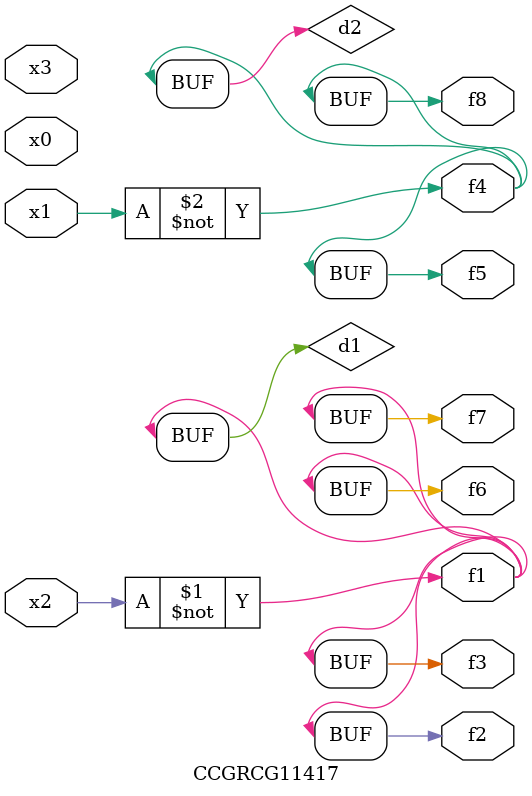
<source format=v>
module CCGRCG11417(
	input x0, x1, x2, x3,
	output f1, f2, f3, f4, f5, f6, f7, f8
);

	wire d1, d2;

	xnor (d1, x2);
	not (d2, x1);
	assign f1 = d1;
	assign f2 = d1;
	assign f3 = d1;
	assign f4 = d2;
	assign f5 = d2;
	assign f6 = d1;
	assign f7 = d1;
	assign f8 = d2;
endmodule

</source>
